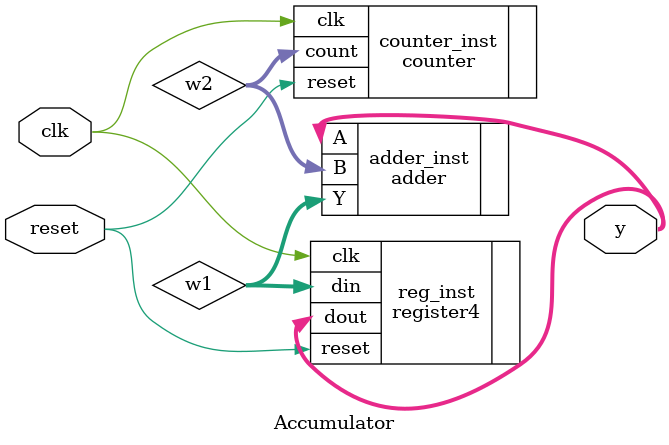
<source format=v>
/*
 * This program was an example in class that had to do with an adder
 * Example: 
 * A | B | Y
 * 0 | 0 | 0
 * 0 | 1 | 1
 * 1 | 2 | 3
 * 3 | 3 | 6
*/
module Accumulator(input clk,reset, output [3:0] y);
	
	wire [3:0] w1,w2;
	
//Create 3 instances, 1 for adder, counter and register
	adder adder_inst(.A(y), .B(w2), .Y(w1));
	counter counter_inst(.reset(reset),.clk(clk),.count(w2));
	register4 reg_inst(.din(w1), .dout(y), .reset(reset), .clk(clk));

endmodule

</source>
